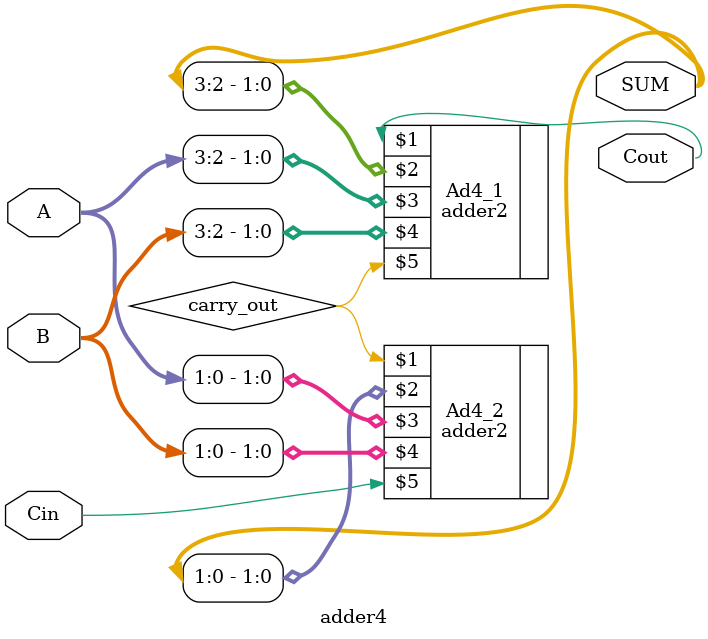
<source format=v>
/**************************************
* Module: adder4
* Date:2014-10-09  
* Author: Luís     
*
* Description: Somador 4bits
***************************************/
module  adder4(Cout, SUM, A, B, Cin);
    output Cout;
    output [3:0] SUM;
    input [3:0] A;
    input [3:0] B;
    input Cin;
    wire carry_out;
   
//adder(Cout, Sum, A, B, Cin);
    adder2 Ad4_1 (Cout, SUM[3:2], A[3:2], B[3:2], carry_out);
    adder2 Ad4_2 (carry_out, SUM[1:0], A[1:0], B[1:0], Cin); 


endmodule


</source>
